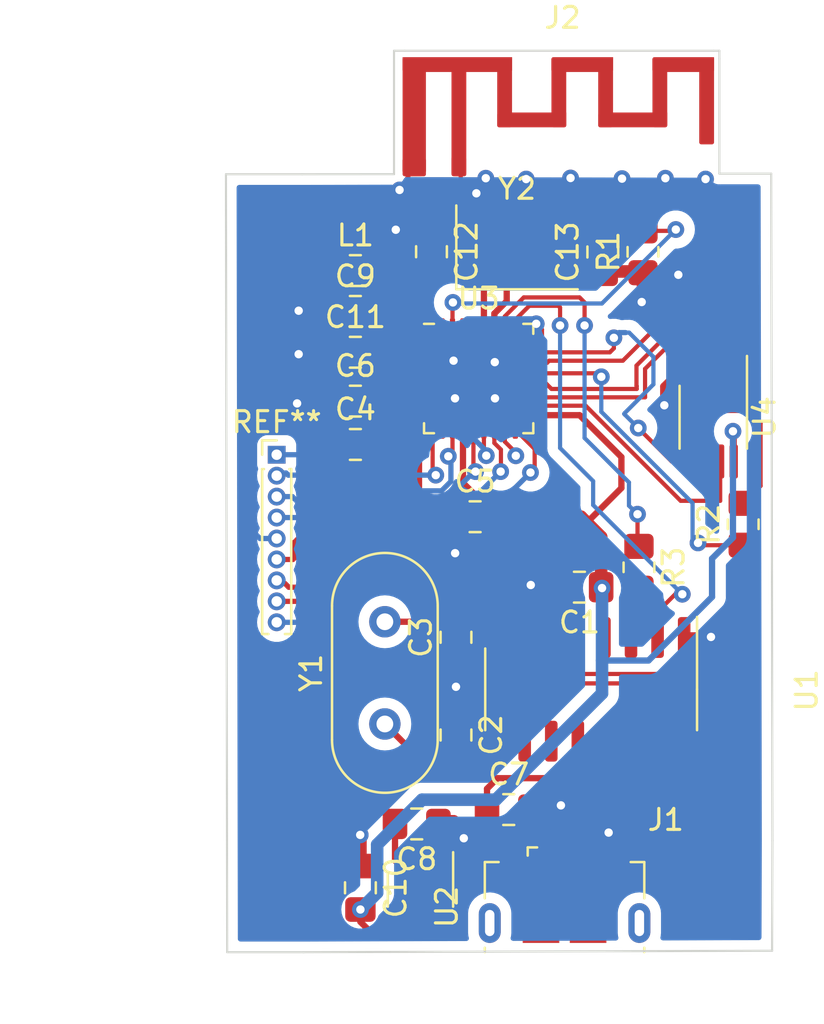
<source format=kicad_pcb>
(kicad_pcb (version 20211014) (generator pcbnew)
  (layers (0 "F.Cu" signal) (31 "B.Cu" signal) (34 "B.Paste" user) (35 "F.Paste" user) (36 "B.SilkS" user "B.Silkscreen") (37 "F.SilkS" user "F.Silkscreen") (38 "B.Mask" user) (39 "F.Mask" user) (44 "Edge.Cuts" user))
  (net 0 "")
  (net 1 "+3V3")
  (net 2 "Net-(C2-Pad2)")
  (net 3 "Net-(C3-Pad2)")
  (net 4 "GND")
  (net 5 "+5V")
  (net 6 "Net-(C9-Pad2)")
  (net 7 "Net-(C11-Pad2)")
  (net 8 "/XTAL_IN")
  (net 9 "/XTAL_OUT")
  (net 10 "/D-")
  (net 11 "/D+")
  (net 14 "Net-(R1-Pad2)")
  (net 15 "Net-(R2-Pad1)")
  (net 16 "/SCK{slash}CLK")
  (net 17 "Net-(R3-Pad1)")
  (net 18 "/U0TXD")
  (net 19 "/U0RXD")
  (net 29 "/TOUT")
  (net 30 "/CHOP_EN")
  (net 31 "/GPIO16")
  (net 32 "/GPO14")
  (net 33 "/GPO12")
  (net 34 "/GPO13")
  (net 35 "/GPO15")
  (net 36 "/GPO2")
  (net 37 "/GPO0")
  (net 38 "/GPO4")
  (net 39 "/SHD{slash}SD2")
  (net 40 "/SWP{slash}SD3")
  (net 41 "/SCS{slash}CMD")
  (net 42 "/SDI{slash}SD0")
  (net 43 "/SDI{slash}SD1")
  (net 44 "/GPO5")
  (net 45 "/REST")
  (footprint "Connector_PinHeader_1.00mm:PinHeader_1x09_P1.00mm_Vertical" (layer "F.Cu") (at 51.2 110.7)
    (fp_text reference "REF**")
    (fp_text value "PinHeader_1x09_P1.00mm_Vertical")
  )
  (footprint "Capacitor_SMD:C_0805_2012Metric_Pad1.18x1.45mm_HandSolder" (layer "F.Cu") (at 54.9585 103.8589)
    (fp_text reference "C9")
    (fp_text value "2.4pf")
  )
  (footprint "Resistor_SMD:R_0805_2012Metric_Pad1.20x1.40mm_HandSolder" (layer "F.Cu") (at 68.7 101.0125 90)
    (fp_text reference "R1")
    (fp_text value "12k")
  )
  (footprint "Capacitor_SMD:C_0805_2012Metric_Pad1.18x1.45mm_HandSolder" (layer "F.Cu") (at 65.6648 117.0234 180)
    (fp_text reference "C1")
    (fp_text value "10nf")
  )
  (footprint "Package_SO:SOIC-16_3.9x9.9mm_P1.27mm" (layer "F.Cu") (at 66.2236 121.9002 -90)
    (fp_text reference "U1")
    (fp_text value "CH340G")
  )
  (footprint "Capacitor_SMD:C_0805_2012Metric_Pad1.18x1.45mm_HandSolder" (layer "F.Cu") (at 66.781 101.0214 90)
    (fp_text reference "C13")
    (fp_text value "22pf")
  )
  (footprint "Capacitor_SMD:C_0805_2012Metric_Pad1.18x1.45mm_HandSolder" (layer "F.Cu") (at 59.7664 119.4149 90)
    (fp_text reference "C3")
    (fp_text value "12pf")
  )
  (footprint "Resistor_SMD:R_0805_2012Metric_Pad1.20x1.40mm_HandSolder" (layer "F.Cu") (at 68.5096 116.0742 -90)
    (fp_text reference "R3")
    (fp_text value "499")
  )
  (footprint "Capacitor_SMD:C_0805_2012Metric_Pad1.18x1.45mm_HandSolder" (layer "F.Cu") (at 54.9585 105.8087)
    (fp_text reference "C11")
    (fp_text value "3.0pf")
  )
  (footprint "Crystal:Crystal_HC49-4H_Vertical" (layer "F.Cu") (at 56.3684 123.5544 90)
    (fp_text reference "Y1")
    (fp_text value "12mhz")
  )
  (footprint "Package_SO:MSOP-8_3x3mm_P0.65mm" (layer "F.Cu") (at 72.06 108.91 -90)
    (fp_text reference "U4")
    (fp_text value "M25P16")
  )
  (footprint "Package_TO_SOT_SMD:SOT-23-5" (layer "F.Cu") (at 58.0702 131.476 -90)
    (fp_text reference "U2")
    (fp_text value "AP2112K-3.3")
  )
  (footprint "Capacitor_SMD:C_0805_2012Metric_Pad1.18x1.45mm_HandSolder" (layer "F.Cu") (at 54.9585 101.9091)
    (fp_text reference "L1")
    (fp_text value "2.2nf")
  )
  (footprint "Resistor_SMD:R_0805_2012Metric_Pad1.20x1.40mm_HandSolder" (layer "F.Cu") (at 73.49 114.02 90)
    (fp_text reference "R2")
    (fp_text value "200")
  )
  (footprint "Capacitor_SMD:C_0805_2012Metric_Pad1.18x1.45mm_HandSolder" (layer "F.Cu") (at 54.9585 108.1411)
    (fp_text reference "C6")
    (fp_text value "0.1uf")
  )
  (footprint "Package_DFN_QFN:QFN-32-1EP_5x5mm_P0.5mm_EP3.45x3.45mm" (layer "F.Cu") (at 60.85 107.0625)
    (fp_text reference "U3")
    (fp_text value "ESP8266EX")
  )
  (footprint "Capacitor_SMD:C_0805_2012Metric_Pad1.18x1.45mm_HandSolder" (layer "F.Cu") (at 54.96 110.21)
    (fp_text reference "C4")
    (fp_text value "10uf")
  )
  (footprint "Capacitor_SMD:C_0805_2012Metric_Pad1.18x1.45mm_HandSolder" (layer "F.Cu") (at 55.2 131.3744 -90)
    (fp_text reference "C10")
    (fp_text value "22pf")
  )
  (footprint "Capacitor_SMD:C_0805_2012Metric_Pad1.18x1.45mm_HandSolder" (layer "F.Cu") (at 62.2866 127.6406)
    (fp_text reference "C7")
    (fp_text value "10uf")
  )
  (footprint "Capacitor_SMD:C_0805_2012Metric_Pad1.18x1.45mm_HandSolder" (layer "F.Cu") (at 60.68 113.66)
    (fp_text reference "C5")
    (fp_text value "1uf")
  )
  (footprint "Connector_USB:USB_Micro-B_GCT_USB3076-30-A" (layer "F.Cu") (at 64.9536 131.857)
    (fp_text reference "J1")
    (fp_text value "USB_B_Micro")
  )
  (footprint "Capacitor_SMD:C_0805_2012Metric_Pad1.18x1.45mm_HandSolder" (layer "F.Cu") (at 57.8902 128.3264 180)
    (fp_text reference "C8")
    (fp_text value "22pf")
  )
  (footprint "Capacitor_SMD:C_0805_2012Metric_Pad1.18x1.45mm_HandSolder" (layer "F.Cu") (at 59.7664 124.0807 -90)
    (fp_text reference "C2")
    (fp_text value "12pf")
  )
  (footprint "Capacitor_SMD:C_0805_2012Metric_Pad1.18x1.45mm_HandSolder" (layer "F.Cu") (at 58.596 101.0089 -90)
    (fp_text reference "C12")
    (fp_text value "22pf")
  )
  (footprint "Crystal:Crystal_SMD_Abracon_ABM3C-4Pin_5.0x3.2mm" (layer "F.Cu") (at 62.681 100.8014)
    (fp_text reference "Y2")
    (fp_text value "24MHz")
  )
  (footprint "PCB_ANTENNA:PCB_ANTENA1" (layer "F.Cu") (at 64.8589 97.4598)
    (fp_text reference "J2")
    (fp_text value "Conn_01x02_Female")
  )
  (gr_line (start 53.95 101.87) (end 53.95 98.77) (layer "F.Cu") (width 0.2))
  (gr_line (start 60.01 98.17) (end 59.36 98.17) (layer "F.Cu") (width 0.2))
  (gr_line (start 60.01 98.17) (end 59.98 96.91) (layer "F.Cu") (width 0.2))
  (gr_line (start 59.36 98.79) (end 54.02 98.79) (layer "F.Cu") (width 0.2))
  (gr_line (start 57.07 98.06) (end 57.79 96.93) (layer "F.Cu") (width 0.2))
  (gr_line (start 59.36 98.17) (end 59.36 98.79) (layer "F.Cu") (width 0.2))
  (gr_line (start 72.3519 91.4146) (end 72.3519 91.7956) (layer "Edge.Cuts") (width 0.1))
  (gr_line (start 72.0725 91.4146) (end 72.3519 91.4146) (layer "Edge.Cuts") (width 0.1))
  (gr_line (start 56.8071 91.4146) (end 57.3151 91.4146) (layer "Edge.Cuts") (width 0.1))
  (gr_line (start 52.5 134.45) (end 48.835 134.45) (layer "Edge.Cuts") (width 0.1))
  (gr_line (start 56.8071 97.3074) (end 52.44 97.31) (layer "Edge.Cuts") (width 0.1))
  (gr_line (start 72.3519 97.282) (end 74.8284 97.282) (layer "Edge.Cuts") (width 0.1))
  (gr_line (start 72.3519 91.7956) (end 72.3519 97.282) (layer "Edge.Cuts") (width 0.1))
  (gr_line (start 52.4 97.31) (end 48.775 97.31) (layer "Edge.Cuts") (width 0.1))
  (gr_line (start 74.8866 129.1274) (end 74.87 134.38) (layer "Edge.Cuts") (width 0.1))
  (gr_line (start 74.87 134.38) (end 52.46 134.45) (layer "Edge.Cuts") (width 0.1))
  (gr_line (start 72.0725 91.4146) (end 57.3151 91.4146) (layer "Edge.Cuts") (width 0.1))
  (gr_line (start 74.8284 97.282) (end 74.8866 129.1274) (layer "Edge.Cuts") (width 0.1))
  (gr_line (start 52.44 97.31) (end 52.4 97.31) (layer "Edge.Cuts") (width 0.1))
  (gr_line (start 56.8071 91.821) (end 56.8071 91.4146) (layer "Edge.Cuts") (width 0.1))
  (gr_line (start 48.775 97.31) (end 48.835 134.45) (layer "Edge.Cuts") (width 0.1))
  (gr_line (start 56.8071 91.821) (end 56.8071 97.3074) (layer "Edge.Cuts") (width 0.1))
  (segment (start 65.6725 108.8125) (end 67.67 110.81) (width 0.3) (layer "F.Cu") (net 1))
  (segment (start 66.115 113.845) (end 65.925 113.845) (width 0.3) (layer "F.Cu") (net 1))
  (segment (start 58.4125 106.3125) (end 57.8246 106.3125) (width 0.3) (layer "F.Cu") (net 1))
  (segment (start 58.6544 133.7366) (end 59.0202 133.3708) (width 0.3) (layer "F.Cu") (net 1))
  (segment (start 55.2 132.4119) (end 55.2 133) (width 0.3) (layer "F.Cu") (net 1))
  (segment (start 57.8246 106.3125) (end 57.3246 106.8125) (width 0.3) (layer "F.Cu") (net 1))
  (segment (start 66.8586 117.1797) (end 66.74445 117.06555) (width 0.2) (layer "F.Cu") (net 1))
  (segment (start 57.3246 106.8125) (end 55.996 108.1411) (width 0.3) (layer "F.Cu") (net 1))
  (segment (start 66.8586 119.4252) (end 66.8586 117.1797) (width 0.2) (layer "F.Cu") (net 1))
  (segment (start 63.2875 108.8125) (end 65.6725 108.8125) (width 0.3) (layer "F.Cu") (net 1))
  (segment (start 58.4125 106.8125) (end 57.3246 106.8125) (width 0.3) (layer "F.Cu") (net 1))
  (segment (start 73.035 109.615) (end 73 109.58) (width 0.3) (layer "F.Cu") (net 1))
  (segment (start 67.67 112.29) (end 66.115 113.845) (width 0.3) (layer "F.Cu") (net 1))
  (segment (start 55.9366 133.7366) (end 58.6544 133.7366) (width 0.3) (layer "F.Cu") (net 1))
  (segment (start 63.2875 108.8125) (end 63.5925 108.8125) (width 0.2) (layer "F.Cu") (net 1))
  (segment (start 66.7023 114.6223) (end 65.925 113.845) (width 0.6) (layer "F.Cu") (net 1))
  (segment (start 60.1 112.0425) (end 61.7175 113.66) (width 0.3) (layer "F.Cu") (net 1))
  (segment (start 55.996 110.2085) (end 55.9975 110.21) (width 0.6) (layer "F.Cu") (net 1))
  (segment (start 65.74 113.66) (end 61.7175 113.66) (width 0.6) (layer "F.Cu") (net 1))
  (segment (start 66.74445 117.06555) (end 66.7023 117.0234) (width 0.2) (layer "F.Cu") (net 1))
  (segment (start 73.035 111.0225) (end 73.035 109.615) (width 0.3) (layer "F.Cu") (net 1))
  (segment (start 55.2 133) (end 55.9366 133.7366) (width 0.3) (layer "F.Cu") (net 1))
  (segment (start 60.1 104.625) (end 60.6 104.625) (width 0.3) (layer "F.Cu") (net 1))
  (segment (start 59.0202 133.3708) (end 59.0202 132.6135) (width 0.3) (layer "F.Cu") (net 1))
  (segment (start 55.996 108.1411) (end 55.996 110.2085) (width 0.6) (layer "F.Cu") (net 1))
  (segment (start 60.1 109.5) (end 60.1 112.0425) (width 0.3) (layer "F.Cu") (net 1))
  (segment (start 67.67 110.81) (end 67.67 112.29) (width 0.3) (layer "F.Cu") (net 1))
  (segment (start 66.7023 117.0234) (end 66.7023 114.6223) (width 0.6) (layer "F.Cu") (net 1))
  (segment (start 65.925 113.845) (end 65.74 113.66) (width 0.6) (layer "F.Cu") (net 1))
  (via (at 55.2 132.4119) (size 0.8) (drill 0.4) (layers "F.Cu" "B.Cu") (net 1))
  (via (at 66.74445 117.06555) (size 0.8) (drill 0.4) (layers "F.Cu" "B.Cu") (net 1))
  (via (at 73 109.58) (size 0.8) (drill 0.4) (layers "F.Cu" "B.Cu") (net 1))
  (segment (start 68.96555 120.52445) (end 72.000489 117.489511) (width 0.3) (layer "B.Cu") (net 1))
  (segment (start 61.67 127.17) (end 58.142102 127.17) (width 0.6) (layer "B.Cu") (net 1))
  (segment (start 58.142102 127.17) (end 56 129.312102) (width 0.6) (layer "B.Cu") (net 1))
  (segment (start 66.74445 117.06555) (end 66.74445 120.52445) (width 0.6) (layer "B.Cu") (net 1))
  (segment (start 56 129.312102) (end 56 131.6119) (width 0.6) (layer "B.Cu") (net 1))
  (segment (start 66.74445 120.52445) (end 68.96555 120.52445) (width 0.3) (layer "B.Cu") (net 1))
  (segment (start 72.000489 115.659511) (end 73 114.66) (width 0.3) (layer "B.Cu") (net 1))
  (segment (start 56 131.6119) (end 55.2 132.4119) (width 0.6) (layer "B.Cu") (net 1))
  (segment (start 72.000489 117.489511) (end 72.000489 115.659511) (width 0.3) (layer "B.Cu") (net 1))
  (segment (start 66.74445 122.09555) (end 61.67 127.17) (width 0.6) (layer "B.Cu") (net 1))
  (segment (start 66.74445 120.52445) (end 66.74445 122.09555) (width 0.6) (layer "B.Cu") (net 1))
  (segment (start 73 114.66) (end 73 109.58) (width 0.3) (layer "B.Cu") (net 1))
  (segment (start 60.5926 125.1182) (end 59.7664 125.1182) (width 0.3) (layer "F.Cu") (net 2))
  (segment (start 60.915 123.1448) (end 60.915 124.7958) (width 0.3) (layer "F.Cu") (net 2))
  (segment (start 57.5844 124.7704) (end 59.4186 124.7704) (width 0.3) (layer "F.Cu") (net 2))
  (segment (start 60.915 124.7958) (end 60.5926 125.1182) (width 0.3) (layer "F.Cu") (net 2))
  (segment (start 56.3684 123.5544) (end 57.5844 124.7704) (width 0.3) (layer "F.Cu") (net 2))
  (segment (start 63.0486 119.4252) (end 63.0486 121.0112) (width 0.3) (layer "F.Cu") (net 2))
  (segment (start 63.0486 121.0112) (end 60.915 123.1448) (width 0.3) (layer "F.Cu") (net 2))
  (segment (start 59.4186 124.7704) (end 59.7664 125.1182) (width 0.3) (layer "F.Cu") (net 2))
  (segment (start 61.7786 119.4252) (end 61.7786 119.3348) (width 0.3) (layer "F.Cu") (net 3))
  (segment (start 56.3684 118.6744) (end 59.4694 118.6744) (width 0.3) (layer "F.Cu") (net 3))
  (segment (start 59.4694 118.6744) (end 59.7664 118.3774) (width 0.3) (layer "F.Cu") (net 3))
  (segment (start 60.8212 118.3774) (end 59.7664 118.3774) (width 0.3) (layer "F.Cu") (net 3))
  (segment (start 61.7786 119.3348) (end 60.8212 118.3774) (width 0.3) (layer "F.Cu") (net 3))
  (segment (start 52.2839 108.1411) (end 52.175 108.25) (width 0.6) (layer "F.Cu") (net 4))
  (segment (start 53.921 103.8589) (end 52.2839 103.8589) (width 0.6) (layer "F.Cu") (net 4))
  (segment (start 60.781 98.261) (end 60.74 98.22) (width 0.6) (layer "F.Cu") (net 4))
  (segment (start 58.9277 128.3264) (end 59.0541 128.2) (width 0.6) (layer "F.Cu") (net 4))
  (segment (start 58.596 99.9714) (end 56.9014 99.9714) (width 0.6) (layer "F.Cu") (net 4))
  (segment (start 71.085 106.7975) (end 70.3725 106.7975) (width 0.4) (layer "F.Cu") (net 4))
  (segment (start 55.2 130.3369) (end 55.2 128.86) (width 0.6) (layer "F.Cu") (net 4))
  (segment (start 53.921 105.8087) (end 52.3413 105.8087) (width 0.6) (layer "F.Cu") (net 4))
  (segment (start 70.2925 102.0125) (end 70.39 102.11) (width 0.6) (layer "F.Cu") (net 4))
  (segment (start 52.2839 103.8589) (end 52.25 103.825) (width 0.6) (layer "F.Cu") (net 4))
  (segment (start 53.921 103.8589) (end 53.921 108.1411) (width 0.6) (layer "F.Cu") (net 4))
  (segment (start 59.7664 121.7788) (end 59.7664 123.0432) (width 0.5) (layer "F.Cu") (net 4))
  (segment (start 68.6389 101.9514) (end 68.7 102.0125) (width 0.6) (layer "F.Cu") (net 4))
  (segment (start 52.3413 105.8087) (end 52.25 105.9) (width 0.6) (layer "F.Cu") (net 4))
  (segment (start 59.6425 113.66) (end 59.6425 115.3175) (width 0.6) (layer "F.Cu") (net 4))
  (segment (start 55.2 128.86) (end 55.19 128.85) (width 0.6) (layer "F.Cu") (net 4))
  (segment (start 70.3725 106.7975) (end 69.72 107.45) (width 0.4) (layer "F.Cu") (net 4))
  (segment (start 59.6425 115.3175) (end 59.725 115.4) (width 0.6) (layer "F.Cu") (net 4))
  (segment (start 58.0702 129.1839) (end 58.9277 128.3264) (width 0.4) (layer "F.Cu") (net 4))
  (segment (start 58.0702 130.3385) (end 58.0702 129.1839) (width 0.4) (layer "F.Cu") (net 4))
  (segment (start 59.7664 120.4524) (end 59.7664 121.7788) (width 0.5) (layer "F.Cu") (net 4))
  (segment (start 53.921 110.2085) (end 53.9225 110.21) (width 0.6) (layer "F.Cu") (net 4))
  (segment (start 60.781 99.6514) (end 60.781 98.261) (width 0.6) (layer "F.Cu") (net 4))
  (segment (start 68.7 103.35) (end 68.64 103.41) (width 0.6) (layer "F.Cu") (net 4))
  (segment (start 53.921 108.1411) (end 52.2839 108.1411) (width 0.6) (layer "F.Cu") (net 4))
  (segment (start 68.7 102.0125) (end 70.2925 102.0125) (width 0.6) (layer "F.Cu") (net 4))
  (segment (start 68.7 102.0125) (end 68.7 103.35) (width 0.6) (layer "F.Cu") (net 4))
  (segment (start 71.9248 119.4252) (end 71.95 119.4) (width 0.5) (layer "F.Cu") (net 4))
  (segment (start 63.3241 127.6406) (end 64.5794 127.6406) (width 0.6) (layer "F.Cu") (net 4))
  (segment (start 56.9014 99.9714) (end 56.89 99.96) (width 0.6) (layer "F.Cu") (net 4))
  (segment (start 64.5794 127.6406) (end 64.78 127.44) (width 0.6) (layer "F.Cu") (net 4))
  (segment (start 53.921 108.1411) (end 53.921 110.2085) (width 0.6) (layer "F.Cu") (net 4))
  (segment (start 66.253111 129.286889) (end 66.253111 129.68) (width 0.5) (layer "F.Cu") (net 4))
  (segment (start 63.4434 117.0234) (end 63.34 116.92) (width 0.5) (layer "F.Cu") (net 4))
  (segment (start 70.6686 119.4252) (end 71.9248 119.4252) (width 0.5) (layer "F.Cu") (net 4))
  (segment (start 58.596 99.9714) (end 60.461 99.9714) (width 0.6) (layer "F.Cu") (net 4))
  (segment (start 64.6273 117.0234) (end 63.4434 117.0234) (width 0.5) (layer "F.Cu") (net 4))
  (segment (start 60.14 128.69) (end 60.14 129.01) (width 0.6) (layer "F.Cu") (net 4))
  (segment (start 66.8 128.74) (end 66.253111 129.286889) (width 0.5) (layer "F.Cu") (net 4))
  (segment (start 59.65 128.2) (end 60.14 128.69) (width 0.6) (layer "F.Cu") (net 4))
  (segment (start 60.461 99.9714) (end 60.781 99.6514) (width 0.6) (layer "F.Cu") (net 4))
  (segment (start 59.0541 128.2) (end 59.65 128.2) (width 0.6) (layer "F.Cu") (net 4))
  (segment (start 64.581 101.9514) (end 68.6389 101.9514) (width 0.6) (layer "F.Cu") (net 4))
  (segment (start 69.72 107.45) (end 69.72 108.34) (width 0.4) (layer "F.Cu") (net 4))
  (segment (start 67.06 128.74) (end 66.8 128.74) (width 0.5) (layer "F.Cu") (net 4))
  (via (at 61.19 97.5) (size 0.8) (drill 0.4) (layers "F.Cu" "B.Cu") (net 4))
  (via (at 59.7664 121.7788) (size 0.8) (drill 0.4) (layers "F.Cu" "B.Cu") (net 4))
  (via (at 71.95 119.4) (size 0.8) (drill 0.4) (layers "F.Cu" "B.Cu") (net 4))
  (via (at 67.06 128.74) (size 0.8) (drill 0.4) (layers "F.Cu" "B.Cu") (net 4))
  (via (at 59.72 108.01) (size 0.8) (drill 0.4) (layers "F.Cu" "B.Cu") (net 4))
  (via (at 59.725 115.4) (size 0.8) (drill 0.4) (layers "F.Cu" "B.Cu") (net 4))
  (via (at 67.7 97.52) (size 0.8) (drill 0.4) (layers "F.Cu" "B.Cu") (net 4))
  (via (at 52.175 108.25) (size 0.8) (drill 0.4) (layers "F.Cu" "B.Cu") (net 4))
  (via (at 63.34 116.92) (size 0.8) (drill 0.4) (layers "F.Cu" "B.Cu") (net 4))
  (via (at 69.72 108.34) (size 0.8) (drill 0.4) (layers "F.Cu" "B.Cu") (net 4))
  (via (at 71.69 97.54) (size 0.8) (drill 0.4) (layers "F.Cu" "B.Cu") (net 4))
  (via (at 60.74 98.22) (size 0.8) (drill 0.4) (layers "F.Cu" "B.Cu") (net 4))
  (via (at 56.89 99.96) (size 0.8) (drill 0.4) (layers "F.Cu" "B.Cu") (net 4))
  (via (at 52.25 105.9) (size 0.8) (drill 0.4) (layers "F.Cu" "B.Cu") (net 4))
  (via (at 65.24 97.49) (size 0.8) (drill 0.4) (layers "F.Cu" "B.Cu") (net 4))
  (via (at 55.19 128.85) (size 0.8) (drill 0.4) (layers "F.Cu" "B.Cu") (net 4))
  (via (at 63.12 97.54) (size 0.8) (drill 0.4) (layers "F.Cu" "B.Cu") (net 4))
  (via (at 68.64 103.41) (size 0.8) (drill 0.4) (layers "F.Cu" "B.Cu") (net 4))
  (via (at 70.39 102.11) (size 0.8) (drill 0.4) (layers "F.Cu" "B.Cu") (net 4))
  (via (at 61.63 108.01) (size 0.8) (drill 0.4) (layers "F.Cu" "B.Cu") (net 4))
  (via (at 60.14 129.01) (size 0.8) (drill 0.4) (layers "F.Cu" "B.Cu") (net 4))
  (via (at 52.25 103.825) (size 0.8) (drill 0.4) (layers "F.Cu" "B.Cu") (net 4))
  (via (at 57.07 98.06) (size 0.8) (drill 0.4) (layers "F.Cu" "B.Cu") (net 4))
  (via (at 61.62 106.28) (size 0.8) (drill 0.4) (layers "F.Cu" "B.Cu") (net 4))
  (via (at 59.65 106.21) (size 0.8) (drill 0.4) (layers "F.Cu" "B.Cu") (net 4))
  (via (at 69.77 97.5) (size 0.8) (drill 0.4) (layers "F.Cu" "B.Cu") (net 4))
  (via (at 64.78 127.44) (size 0.8) (drill 0.4) (layers "F.Cu" "B.Cu") (net 4))
  (segment (start 56.8527 130.071) (end 57.1202 130.3385) (width 0.3) (layer "F.Cu") (net 5))
  (segment (start 58.489239 131.50052) (end 57.651161 131.50052) (width 0.6) (layer "F.Cu") (net 5))
  (segment (start 62.6676 128.8344) (end 61.677 128.8344) (width 0.3) (layer "F.Cu") (net 5))
  (segment (start 59.0202 130.3385) (end 59.0202 130.969559) (width 0.6) (layer "F.Cu") (net 5))
  (segment (start 61.2491 127.6406) (end 61.2491 128.4065) (width 0.3) (layer "F.Cu") (net 5))
  (segment (start 61.7532 126.142) (end 69.9066 126.142) (width 0.3) (layer "F.Cu") (net 5))
  (segment (start 61.2491 126.6461) (end 61.7532 126.142) (width 0.3) (layer "F.Cu") (net 5))
  (segment (start 63.6536 129.8204) (end 62.6676 128.8344) (width 0.3) (layer "F.Cu") (net 5))
  (segment (start 59.0202 130.969559) (end 58.489239 131.50052) (width 0.6) (layer "F.Cu") (net 5))
  (segment (start 63.6536 130.407) (end 63.6536 129.8204) (width 0.3) (layer "F.Cu") (net 5))
  (segment (start 70.6686 125.38) (end 70.6686 124.3752) (width 0.3) (layer "F.Cu") (net 5))
  (segment (start 69.9066 126.142) (end 70.6686 125.38) (width 0.3) (layer "F.Cu") (net 5))
  (segment (start 61.2491 128.4065) (end 61.677 128.8344) (width 0.3) (layer "F.Cu") (net 5))
  (segment (start 60.1729 130.3385) (end 59.0202 130.3385) (width 0.3) (layer "F.Cu") (net 5))
  (segment (start 56.8527 128.3264) (end 56.8527 130.071) (width 0.3) (layer "F.Cu") (net 5))
  (segment (start 61.677 128.8344) (end 60.1729 130.3385) (width 0.3) (layer "F.Cu") (net 5))
  (segment (start 57.1202 130.969559) (end 57.1202 130.3385) (width 0.6) (layer "F.Cu") (net 5))
  (segment (start 61.2491 127.6406) (end 61.2491 126.6461) (width 0.3) (layer "F.Cu") (net 5))
  (segment (start 57.651161 131.50052) (end 57.1202 130.969559) (width 0.6) (layer "F.Cu") (net 5))
  (segment (start 55.996 103.8589) (end 55.8708 103.8589) (width 0.3) (layer "F.Cu") (net 6))
  (segment (start 55.8708 103.8589) (end 53.921 101.9091) (width 0.3) (layer "F.Cu") (net 6))
  (segment (start 58.4125 105.8125) (end 57.4825 105.8125) (width 0.3) (layer "F.Cu") (net 7))
  (segment (start 57.4825 105.8125) (end 57.1 105.43) (width 0.3) (layer "F.Cu") (net 7))
  (segment (start 56.96 101.69) (end 56.2151 101.69) (width 0.3) (layer "F.Cu") (net 7))
  (segment (start 56.2151 101.69) (end 55.996 101.9091) (width 0.3) (layer "F.Cu") (net 7))
  (segment (start 57.1 105.43) (end 57.1 101.83) (width 0.3) (layer "F.Cu") (net 7))
  (segment (start 56.7213 105.8087) (end 57.1 105.43) (width 0.3) (layer "F.Cu") (net 7))
  (segment (start 55.9998 105.8125) (end 55.996 105.8087) (width 0.3) (layer "F.Cu") (net 7))
  (segment (start 57.1 101.83) (end 56.96 101.69) (width 0.3) (layer "F.Cu") (net 7))
  (segment (start 55.996 105.8087) (end 56.7213 105.8087) (width 0.3) (layer "F.Cu") (net 7))
  (segment (start 61.1 102.2704) (end 60.781 101.9514) (width 0.3) (layer "F.Cu") (net 8))
  (segment (start 61.1 104.625) (end 61.1 102.2704) (width 0.3) (layer "F.Cu") (net 8))
  (segment (start 58.691 101.9514) (end 58.596 102.0464) (width 0.3) (layer "F.Cu") (net 8))
  (segment (start 60.781 101.9514) (end 58.691 101.9514) (width 0.3) (layer "F.Cu") (net 8))
  (segment (start 63.7386 99.6514) (end 62.19 101.2) (width 0.3) (layer "F.Cu") (net 9))
  (segment (start 61.6 103.96) (end 61.6 104.625) (width 0.3) (layer "F.Cu") (net 9))
  (segment (start 62.19 101.2) (end 62.19 103.37) (width 0.3) (layer "F.Cu") (net 9))
  (segment (start 64.9135 99.9839) (end 64.581 99.6514) (width 0.3) (layer "F.Cu") (net 9))
  (segment (start 62.19 103.37) (end 61.6 103.96) (width 0.3) (layer "F.Cu") (net 9))
  (segment (start 66.781 99.9839) (end 64.9135 99.9839) (width 0.3) (layer "F.Cu") (net 9))
  (segment (start 64.581 99.6514) (end 63.7386 99.6514) (width 0.3) (layer "F.Cu") (net 9))
  (segment (start 64.3036 130.407) (end 64.3036 129.907) (width 0.2) (layer "F.Cu") (net 10))
  (segment (start 64.728599 119.835199) (end 64.3186 119.4252) (width 0.2) (layer "F.Cu") (net 10))
  (segment (start 64.728599 120.932986) (end 64.728599 119.835199) (width 0.2) (layer "F.Cu") (net 10))
  (segment (start 72.1708 122.5776) (end 71.2104 121.6172) (width 0.2) (layer "F.Cu") (net 10))
  (segment (start 64.4036 129.807) (end 64.4036 129.1424) (width 0.2) (layer "F.Cu") (net 10))
  (segment (start 72.1708 127.013039) (end 72.1708 122.5776) (width 0.2) (layer "F.Cu") (net 10))
  (segment (start 64.4036 129.1424) (end 66.1304 127.4156) (width 0.2) (layer "F.Cu") (net 10))
  (segment (start 64.3036 129.907) (end 64.4036 129.807) (width 0.2) (layer "F.Cu") (net 10))
  (segment (start 71.2104 121.6172) (end 65.412813 121.6172) (width 0.2) (layer "F.Cu") (net 10))
  (segment (start 65.412813 121.6172) (end 64.728599 120.932986) (width 0.2) (layer "F.Cu") (net 10))
  (segment (start 66.1304 127.4156) (end 71.768239 127.4156) (width 0.2) (layer "F.Cu") (net 10))
  (segment (start 71.768239 127.4156) (end 72.1708 127.013039) (width 0.2) (layer "F.Cu") (net 10))
  (segment (start 72.6208 122.3912) (end 71.3968 121.1672) (width 0.2) (layer "F.Cu") (net 11))
  (segment (start 66.3168 127.8656) (end 71.954639 127.8656) (width 0.2) (layer "F.Cu") (net 11))
  (segment (start 65.178601 119.835199) (end 65.5886 119.4252) (width 0.2) (layer "F.Cu") (net 11))
  (segment (start 64.8536 129.3288) (end 66.3168 127.8656) (width 0.2) (layer "F.Cu") (net 11))
  (segment (start 71.3968 121.1672) (end 65.599213 121.1672) (width 0.2) (layer "F.Cu") (net 11))
  (segment (start 71.954639 127.8656) (end 72.6208 127.199439) (width 0.2) (layer "F.Cu") (net 11))
  (segment (start 64.9536 130.407) (end 64.9536 129.907) (width 0.2) (layer "F.Cu") (net 11))
  (segment (start 65.178601 120.746588) (end 65.178601 119.835199) (width 0.2) (layer "F.Cu") (net 11))
  (segment (start 72.6208 127.199439) (end 72.6208 122.3912) (width 0.2) (layer "F.Cu") (net 11))
  (segment (start 64.8536 129.807) (end 64.8536 129.3288) (width 0.2) (layer "F.Cu") (net 11))
  (segment (start 64.9536 129.907) (end 64.8536 129.807) (width 0.2) (layer "F.Cu") (net 11))
  (segment (start 65.599213 121.1672) (end 65.178601 120.746588) (width 0.2) (layer "F.Cu") (net 11))
  (segment (start 59.6 104.625) (end 59.6 103.45) (width 0.2) (layer "F.Cu") (net 14))
  (segment (start 68.7 100.0125) (end 70.2075 100.0125) (width 0.2) (layer "F.Cu") (net 14))
  (segment (start 59.6 103.45) (end 59.62 103.43) (width 0.2) (layer "F.Cu") (net 14))
  (segment (start 70.2075 100.0125) (end 70.27 99.95) (width 0.2) (layer "F.Cu") (net 14))
  (via (at 70.27 99.95) (size 0.8) (drill 0.4) (layers "F.Cu" "B.Cu") (net 14))
  (via (at 59.62 103.43) (size 0.8) (drill 0.4) (layers "F.Cu" "B.Cu") (net 14))
  (segment (start 59.67 103.48) (end 59.62 103.43) (width 0.2) (layer "B.Cu") (net 14))
  (segment (start 66.74 103.48) (end 59.67 103.48) (width 0.2) (layer "B.Cu") (net 14))
  (segment (start 70.27 99.95) (end 66.74 103.48) (width 0.2) (layer "B.Cu") (net 14))
  (segment (start 66.5425 106.8125) (end 63.2875 106.8125) (width 0.2) (layer "F.Cu") (net 15))
  (segment (start 71.44 115.02) (end 71.33 114.91) (width 0.2) (layer "F.Cu") (net 15))
  (segment (start 66.71 106.98) (end 66.5425 106.8125) (width 0.2) (layer "F.Cu") (net 15))
  (segment (start 73.49 115.02) (end 71.44 115.02) (width 0.2) (layer "F.Cu") (net 15))
  (via (at 66.71 106.98) (size 0.8) (drill 0.4) (layers "F.Cu" "B.Cu") (net 15))
  (via (at 71.33 114.91) (size 0.8) (drill 0.4) (layers "F.Cu" "B.Cu") (net 15))
  (segment (start 71.07 114.76) (end 71.22 114.91) (width 0.2) (layer "B.Cu") (net 15))
  (segment (start 71.07 113.009259) (end 71.07 114.76) (width 0.2) (layer "B.Cu") (net 15))
  (segment (start 71.22 114.91) (end 71.33 114.91) (width 0.2) (layer "B.Cu") (net 15))
  (segment (start 66.71 106.98) (end 66.71 108.649259) (width 0.2) (layer "B.Cu") (net 15))
  (segment (start 66.71 108.649259) (end 71.07 113.009259) (width 0.2) (layer "B.Cu") (net 15))
  (segment (start 71.77048 108.60952) (end 73.72 108.60952) (width 0.2) (layer "F.Cu") (net 16))
  (segment (start 74.32 112.19) (end 73.49 113.02) (width 0.2) (layer "F.Cu") (net 16))
  (segment (start 71.73 108.65) (end 71.77048 108.60952) (width 0.2) (layer "F.Cu") (net 16))
  (segment (start 71.735 110.294994) (end 71.73 110.289994) (width 0.2) (layer "F.Cu") (net 16))
  (segment (start 73.72 108.60952) (end 74.32 109.20952) (width 0.2) (layer "F.Cu") (net 16))
  (segment (start 71.735 111.0225) (end 71.735 110.294994) (width 0.2) (layer "F.Cu") (net 16))
  (segment (start 71.73 110.289994) (end 71.73 108.65) (width 0.2) (layer "F.Cu") (net 16))
  (segment (start 74.32 109.20952) (end 74.32 112.19) (width 0.2) (layer "F.Cu") (net 16))
  (segment (start 62.1 104.095718) (end 63.005718 103.19) (width 0.2) (layer "F.Cu") (net 17))
  (segment (start 65.91 103.43) (end 65.91 104.53) (width 0.2) (layer "F.Cu") (net 17))
  (segment (start 65.67 103.19) (end 65.91 103.43) (width 0.2) (layer "F.Cu") (net 17))
  (segment (start 68.44 115.0046) (end 68.5096 115.0742) (width 0.2) (layer "F.Cu") (net 17))
  (segment (start 63.005718 103.19) (end 65.67 103.19) (width 0.2) (layer "F.Cu") (net 17))
  (segment (start 62.1 104.625) (end 62.1 104.095718) (width 0.2) (layer "F.Cu") (net 17))
  (segment (start 68.44 113.54) (end 68.44 115.0046) (width 0.2) (layer "F.Cu") (net 17))
  (via (at 65.91 104.53) (size 0.8) (drill 0.4) (layers "F.Cu" "B.Cu") (net 17))
  (via (at 68.44 113.54) (size 0.8) (drill 0.4) (layers "F.Cu" "B.Cu") (net 17))
  (segment (start 65.91 104.53) (end 65.91 109.9) (width 0.2) (layer "B.Cu") (net 17))
  (segment (start 68.03 113.13) (end 68.44 113.54) (width 0.2) (layer "B.Cu") (net 17))
  (segment (start 68.03 112.02) (end 68.03 113.13) (width 0.2) (layer "B.Cu") (net 17))
  (segment (start 65.91 109.9) (end 68.03 112.02) (width 0.2) (layer "B.Cu") (net 17))
  (segment (start 67.9762 119.2728) (end 68.1286 119.4252) (width 0.3) (layer "F.Cu") (net 18))
  (segment (start 68.5096 119.0442) (end 68.1286 119.4252) (width 0.3) (layer "F.Cu") (net 18))
  (segment (start 68.027 119.3236) (end 68.1286 119.4252) (width 0.3) (layer "F.Cu") (net 18))
  (segment (start 68.5096 117.0742) (end 68.5096 119.0442) (width 0.3) (layer "F.Cu") (net 18))
  (segment (start 64.74 103.66952) (end 64.74 104.53) (width 0.2) (layer "F.Cu") (net 19))
  (segment (start 70.24 117.36) (end 69.3986 118.2014) (width 0.2) (layer "F.Cu") (net 19))
  (segment (start 63.27048 103.58952) (end 64.66 103.58952) (width 0.2) (layer "F.Cu") (net 19))
  (segment (start 70.58 117.36) (end 70.24 117.36) (width 0.2) (layer "F.Cu") (net 19))
  (segment (start 69.3986 119.4252) (end 69.3986 118.6236) (width 0.3) (layer "F.Cu") (net 19))
  (segment (start 62.6 104.625) (end 62.6 104.26) (width 0.2) (layer "F.Cu") (net 19))
  (segment (start 69.3986 118.2014) (end 69.3986 119.4252) (width 0.2) (layer "F.Cu") (net 19))
  (segment (start 64.66 103.58952) (end 64.74 103.66952) (width 0.2) (layer "F.Cu") (net 19))
  (segment (start 62.6 104.26) (end 63.27048 103.58952) (width 0.2) (layer "F.Cu") (net 19))
  (via (at 70.58 117.36) (size 0.8) (drill 0.4) (layers "F.Cu" "B.Cu") (net 19))
  (via (at 64.74 104.53) (size 0.8) (drill 0.4) (layers "F.Cu" "B.Cu") (net 19))
  (segment (start 66.32 113.1) (end 66.32 111.96) (width 0.2) (layer "B.Cu") (net 19))
  (segment (start 66.32 111.96) (end 64.74 110.38) (width 0.2) (layer "B.Cu") (net 19))
  (segment (start 70.58 117.36) (end 66.32 113.1) (width 0.2) (layer "B.Cu") (net 19))
  (segment (start 64.74 110.38) (end 64.74 104.53) (width 0.2) (layer "B.Cu") (net 19))
  (segment (start 58.4125 107.8125) (end 57.7625 107.8125) (width 0.25) (layer "F.Cu") (net 29))
  (segment (start 53.103565 113.825) (end 52.05096 114.877606) (width 0.25) (layer "F.Cu") (net 29))
  (segment (start 57.7625 107.8125) (end 57.10048 108.47452) (width 0.25) (layer "F.Cu") (net 29))
  (segment (start 52.05096 115.625001) (end 51.975961 115.7) (width 0.25) (layer "F.Cu") (net 29))
  (segment (start 51.975961 115.7) (end 51.2 115.7) (width 0.25) (layer "F.Cu") (net 29))
  (segment (start 52.05096 114.877606) (end 52.05096 115.625001) (width 0.25) (layer "F.Cu") (net 29))
  (segment (start 57.10048 108.47452) (end 57.10048 113.825) (width 0.25) (layer "F.Cu") (net 29))
  (segment (start 57.10048 113.825) (end 53.103565 113.825) (width 0.25) (layer "F.Cu") (net 29))
  (segment (start 57.55 108.675) (end 57.55 114.27548) (width 0.25) (layer "F.Cu") (net 30))
  (segment (start 52.50048 116.84952) (end 52.325 117.025) (width 0.25) (layer "F.Cu") (net 30))
  (segment (start 57.9125 108.3125) (end 57.55 108.675) (width 0.25) (layer "F.Cu") (net 30))
  (segment (start 53.288802 114.27548) (end 52.50048 115.063803) (width 0.25) (layer "F.Cu") (net 30))
  (segment (start 57.55 114.27548) (end 53.288802 114.27548) (width 0.25) (layer "F.Cu") (net 30))
  (segment (start 52.325 117.025) (end 51.775 117.025) (width 0.25) (layer "F.Cu") (net 30))
  (segment (start 58.4125 108.3125) (end 57.9125 108.3125) (width 0.25) (layer "F.Cu") (net 30))
  (segment (start 52.50048 115.063803) (end 52.50048 116.84952) (width 0.25) (layer "F.Cu") (net 30))
  (segment (start 51.775 117.025) (end 51.6 116.85) (width 0.25) (layer "F.Cu") (net 30))
  (segment (start 52.95 117.7) (end 51.2 117.7) (width 0.25) (layer "F.Cu") (net 31))
  (segment (start 57.925 114.725) (end 53.475 114.725) (width 0.25) (layer "F.Cu") (net 31))
  (segment (start 58.025 114.625) (end 57.925 114.725) (width 0.25) (layer "F.Cu") (net 31))
  (segment (start 53.475 114.725) (end 52.95 115.25) (width 0.25) (layer "F.Cu") (net 31))
  (segment (start 52.95 115.25) (end 52.95 117.7) (width 0.25) (layer "F.Cu") (net 31))
  (segment (start 58.4125 109.4625) (end 58.025 109.85) (width 0.25) (layer "F.Cu") (net 31))
  (segment (start 58.4125 108.8125) (end 58.4125 109.4625) (width 0.25) (layer "F.Cu") (net 31))
  (segment (start 58.025 109.85) (end 58.025 114.625) (width 0.25) (layer "F.Cu") (net 31))
  (segment (start 58.65 111.525) (end 58.8 111.675) (width 0.2) (layer "F.Cu") (net 32))
  (segment (start 59.075 109.5) (end 58.65 109.925) (width 0.2) (layer "F.Cu") (net 32))
  (segment (start 58.65 109.925) (end 58.65 111.525) (width 0.2) (layer "F.Cu") (net 32))
  (segment (start 59.1 109.5) (end 59.075 109.5) (width 0.2) (layer "F.Cu") (net 32))
  (via (at 58.8 111.675) (size 0.8) (drill 0.4) (layers "F.Cu" "B.Cu") (net 32))
  (segment (start 52.875 110.7) (end 51.2 110.7) (width 0.25) (layer "B.Cu") (net 32))
  (segment (start 52.95 111.3) (end 52.95 110.775) (width 0.25) (layer "B.Cu") (net 32))
  (segment (start 58.8 111.675) (end 53.325 111.675) (width 0.25) (layer "B.Cu") (net 32))
  (segment (start 53.325 111.675) (end 52.95 111.3) (width 0.25) (layer "B.Cu") (net 32))
  (segment (start 52.95 110.775) (end 52.875 110.7) (width 0.25) (layer "B.Cu") (net 32))
  (segment (start 59.6 109.5) (end 59.6 110.575) (width 0.2) (layer "F.Cu") (net 33))
  (segment (start 59.6 110.575) (end 59.4 110.775) (width 0.2) (layer "F.Cu") (net 33))
  (via (at 59.4 110.775) (size 0.8) (drill 0.4) (layers "F.Cu" "B.Cu") (net 33))
  (segment (start 51.325 111.575) (end 51.2 111.7) (width 0.25) (layer "B.Cu") (net 33))
  (segment (start 59.524511 110.899511) (end 59.524511 111.975489) (width 0.25) (layer "B.Cu") (net 33))
  (segment (start 59.075 112.425) (end 53.425 112.425) (width 0.25) (layer "B.Cu") (net 33))
  (segment (start 59.524511 111.975489) (end 59.075 112.425) (width 0.25) (layer "B.Cu") (net 33))
  (segment (start 51.75 111.675) (end 51.65 111.575) (width 0.25) (layer "B.Cu") (net 33))
  (segment (start 52.675 111.675) (end 51.75 111.675) (width 0.25) (layer "B.Cu") (net 33))
  (segment (start 51.65 111.575) (end 51.325 111.575) (width 0.25) (layer "B.Cu") (net 33))
  (segment (start 59.4 110.775) (end 59.524511 110.899511) (width 0.25) (layer "B.Cu") (net 33))
  (segment (start 53.425 112.425) (end 52.675 111.675) (width 0.25) (layer "B.Cu") (net 33))
  (segment (start 60.7 111.506) (end 60.6 111.406) (width 0.2) (layer "F.Cu") (net 34))
  (segment (start 60.6 111.406) (end 60.6 109.5) (width 0.2) (layer "F.Cu") (net 34))
  (via (at 60.7 111.506) (size 0.8) (drill 0.4) (layers "F.Cu" "B.Cu") (net 34))
  (segment (start 51.95 112.7) (end 51.2 112.7) (width 0.25) (layer "B.Cu") (net 34))
  (segment (start 59.261197 112.87452) (end 52.12452 112.87452) (width 0.25) (layer "B.Cu") (net 34))
  (segment (start 52.12452 112.87452) (end 51.95 112.7) (width 0.25) (layer "B.Cu") (net 34))
  (segment (start 60.629717 111.506) (end 59.261197 112.87452) (width 0.25) (layer "B.Cu") (net 34))
  (segment (start 60.7 111.506) (end 60.629717 111.506) (width 0.25) (layer "B.Cu") (net 34))
  (segment (start 61.1 110.63) (end 61.214 110.744) (width 0.2) (layer "F.Cu") (net 35))
  (segment (start 61.1 109.5) (end 61.1 110.63) (width 0.2) (layer "F.Cu") (net 35))
  (via (at 61.214 110.744) (size 0.8) (drill 0.4) (layers "F.Cu" "B.Cu") (net 35))
  (segment (start 59.735386 109.05) (end 49.775 109.05) (width 0.25) (layer "B.Cu") (net 35))
  (segment (start 50.4 114.7) (end 49.775 114.075) (width 0.25) (layer "B.Cu") (net 35))
  (segment (start 51.2 114.7) (end 50.4 114.7) (width 0.25) (layer "B.Cu") (net 35))
  (segment (start 61.214 110.528614) (end 59.735386 109.05) (width 0.25) (layer "B.Cu") (net 35))
  (segment (start 61.214 110.744) (end 61.214 110.528614) (width 0.25) (layer "B.Cu") (net 35))
  (segment (start 49.775 109.05) (end 49.775 114.075) (width 0.25) (layer "B.Cu") (net 35))
  (segment (start 61.6 109.5) (end 61.6 110.140741) (width 0.2) (layer "F.Cu") (net 36))
  (segment (start 61.6 110.140741) (end 61.913511 110.454252) (width 0.2) (layer "F.Cu") (net 36))
  (segment (start 61.913511 110.454252) (end 61.913511 111.492489) (width 0.2) (layer "F.Cu") (net 36))
  (segment (start 61.913511 111.492489) (end 61.9 111.506) (width 0.2) (layer "F.Cu") (net 36))
  (via (at 61.9 111.506) (size 0.8) (drill 0.4) (layers "F.Cu" "B.Cu") (net 36))
  (segment (start 52.4 113.7) (end 52.5 113.6) (width 0.25) (layer "B.Cu") (net 36))
  (segment (start 61.9 111.506) (end 59.806 113.6) (width 0.25) (layer "B.Cu") (net 36))
  (segment (start 59.806 113.6) (end 52.5 113.6) (width 0.25) (layer "B.Cu") (net 36))
  (segment (start 51.2 113.7) (end 52.4 113.7) (width 0.25) (layer "B.Cu") (net 36))
  (segment (start 62.625 110.600735) (end 62.625 110.75) (width 0.2) (layer "F.Cu") (net 37))
  (segment (start 62.1 109.5) (end 62.1 110.075735) (width 0.2) (layer "F.Cu") (net 37))
  (segment (start 62.1 110.075735) (end 62.625 110.600735) (width 0.2) (layer "F.Cu") (net 37))
  (via (at 62.625 110.75) (size 0.8) (drill 0.4) (layers "F.Cu" "B.Cu") (net 37))
  (segment (start 62.6 109.5) (end 63.525 110.425) (width 0.2) (layer "F.Cu") (net 38))
  (segment (start 63.525 111.35) (end 63.325 111.55) (width 0.2) (layer "F.Cu") (net 38))
  (segment (start 63.525 110.425) (end 63.525 111.35) (width 0.2) (layer "F.Cu") (net 38))
  (via (at 63.325 111.55) (size 0.8) (drill 0.4) (layers "F.Cu" "B.Cu") (net 38))
  (segment (start 53.075 118.9) (end 52.4 118.9) (width 0.25) (layer "B.Cu") (net 38))
  (segment (start 51.2 118.7) (end 52.2 118.7) (width 0.25) (layer "B.Cu") (net 38))
  (segment (start 63.325 111.55) (end 60.5 114.375) (width 0.25) (layer "B.Cu") (net 38))
  (segment (start 53.375 114.375) (end 53.075 114.675) (width 0.25) (layer "B.Cu") (net 38))
  (segment (start 60.5 114.375) (end 53.375 114.375) (width 0.25) (layer "B.Cu") (net 38))
  (segment (start 53.075 114.675) (end 53.075 118.9) (width 0.25) (layer "B.Cu") (net 38))
  (segment (start 52.2 118.7) (end 52.4 118.9) (width 0.25) (layer "B.Cu") (net 38))
  (segment (start 63.736973 108.3125) (end 63.2875 108.3125) (width 0.2) (layer "F.Cu") (net 39))
  (segment (start 65.95952 108.35952) (end 63.33452 108.35952) (width 0.2) (layer "F.Cu") (net 39))
  (segment (start 72.385 111.0225) (end 72.385 111.750006) (width 0.2) (layer "F.Cu") (net 39))
  (segment (start 72.39 111.755006) (end 72.39 112.9) (width 0.2) (layer "F.Cu") (net 39))
  (segment (start 72.39 112.9) (end 70.5 112.9) (width 0.2) (layer "F.Cu") (net 39))
  (segment (start 63.33452 108.35952) (end 63.2875 108.3125) (width 0.2) (layer "F.Cu") (net 39))
  (segment (start 70.5 112.9) (end 65.95952 108.35952) (width 0.2) (layer "F.Cu") (net 39))
  (segment (start 72.385 111.750006) (end 72.39 111.755006) (width 0.2) (layer "F.Cu") (net 39))
  (segment (start 68.8 107.96) (end 63.925 107.96) (width 0.2) (layer "F.Cu") (net 40))
  (segment (start 71.735 105.675) (end 71.12 105.06) (width 0.2) (layer "F.Cu") (net 40))
  (segment (start 68.8 106.6) (end 68.8 107.96) (width 0.2) (layer "F.Cu") (net 40))
  (segment (start 63.7775 107.8125) (end 63.2875 107.8125) (width 0.2) (layer "F.Cu") (net 40))
  (segment (start 70.34 105.06) (end 68.8 106.6) (width 0.2) (layer "F.Cu") (net 40))
  (segment (start 71.735 106.7975) (end 71.735 105.675) (width 0.2) (layer "F.Cu") (net 40))
  (segment (start 71.12 105.06) (end 70.34 105.06) (width 0.2) (layer "F.Cu") (net 40))
  (segment (start 63.925 107.96) (end 63.7775 107.8125) (width 0.2) (layer "F.Cu") (net 40))
  (segment (start 68.40048 107.42048) (end 68.40048 107.56) (width 0.2) (layer "F.Cu") (net 41))
  (segment (start 70.174513 104.660481) (end 68.39 106.444994) (width 0.2) (layer "F.Cu") (net 41))
  (segment (start 73.035 106.7975) (end 73.035 106.069994) (width 0.2) (layer "F.Cu") (net 41))
  (segment (start 64.08202 107.3125) (end 63.2875 107.3125) (width 0.2) (layer "F.Cu") (net 41))
  (segment (start 64.33 107.56048) (end 64.08202 107.3125) (width 0.2) (layer "F.Cu") (net 41))
  (segment (start 68.39 107.41) (end 68.40048 107.42048) (width 0.2) (layer "F.Cu") (net 41))
  (segment (start 73.035 106.069994) (end 71.625486 104.66048) (width 0.2) (layer "F.Cu") (net 41))
  (segment (start 71.625486 104.66048) (end 70.174513 104.660481) (width 0.2) (layer "F.Cu") (net 41))
  (segment (start 68.40048 107.56) (end 68.4 107.56048) (width 0.2) (layer "F.Cu") (net 41))
  (segment (start 68.39 106.444994) (end 68.39 107.41) (width 0.2) (layer "F.Cu") (net 41))
  (segment (start 68.4 107.56048) (end 64.33 107.56048) (width 0.2) (layer "F.Cu") (net 41))
  (segment (start 69.689038 104.260962) (end 67.73798 106.21202) (width 0.2) (layer "F.Cu") (net 42))
  (segment (start 67.73798 106.21202) (end 67.63702 106.21202) (width 0.2) (layer "F.Cu") (net 42))
  (segment (start 67.63702 106.21202) (end 64.21798 106.21202) (width 0.2) (layer "F.Cu") (net 42))
  (segment (start 73.98 105.88) (end 72.360962 104.260962) (width 0.2) (layer "F.Cu") (net 42))
  (segment (start 72.360962 104.260962) (end 69.689038 104.260962) (width 0.2) (layer "F.Cu") (net 42))
  (segment (start 72.48 108.21) (end 73.77 108.21) (width 0.2) (layer "F.Cu") (net 42))
  (segment (start 72.385 106.7975) (end 72.385 108.115) (width 0.2) (layer "F.Cu") (net 42))
  (segment (start 72.385 108.115) (end 72.48 108.21) (width 0.2) (layer "F.Cu") (net 42))
  (segment (start 73.77 108.21) (end 73.98 108) (width 0.2) (layer "F.Cu") (net 42))
  (segment (start 73.98 108) (end 73.98 105.88) (width 0.2) (layer "F.Cu") (net 42))
  (segment (start 64.1175 106.3125) (end 63.2875 106.3125) (width 0.2) (layer "F.Cu") (net 42))
  (segment (start 64.21798 106.21202) (end 64.1175 106.3125) (width 0.2) (layer "F.Cu") (net 42))
  (segment (start 68.45 109.4) (end 68.45 109.39) (width 0.2) (layer "F.Cu") (net 43))
  (segment (start 63.2875 105.8125) (end 67.1175 105.8125) (width 0.2) (layer "F.Cu") (net 43))
  (segment (start 68.475 109.425) (end 68.45 109.4) (width 0.2) (layer "F.Cu") (net 43))
  (segment (start 67.31 105.62) (end 67.1175 105.8125) (width 0.2) (layer "F.Cu") (net 43))
  (segment (start 71.085 111.0225) (end 70.0725 111.0225) (width 0.2) (layer "F.Cu") (net 43))
  (segment (start 67.31 105.12) (end 67.31 105.62) (width 0.2) (layer "F.Cu") (net 43))
  (segment (start 70.0725 111.0225) (end 68.475 109.425) (width 0.2) (layer "F.Cu") (net 43))
  (via (at 68.475 109.425) (size 0.8) (drill 0.4) (layers "F.Cu" "B.Cu") (net 43))
  (via (at 67.31 105.12) (size 0.8) (drill 0.4) (layers "F.Cu" "B.Cu") (net 43))
  (segment (start 67.83 108.71) (end 69.2 107.34) (width 0.2) (layer "B.Cu") (net 43))
  (segment (start 69.2 106.03) (end 68.04 104.87) (width 0.2) (layer "B.Cu") (net 43))
  (segment (start 67.56 104.87) (end 67.31 105.12) (width 0.25) (layer "B.Cu") (net 43))
  (segment (start 68.04 104.87) (end 67.87 104.87) (width 0.2) (layer "B.Cu") (net 43))
  (segment (start 67.87 104.87) (end 67.56 104.87) (width 0.25) (layer "B.Cu") (net 43))
  (segment (start 67.83 108.78) (end 67.83 108.71) (width 0.2) (layer "B.Cu") (net 43))
  (segment (start 67.83 108.78) (end 68.475 109.425) (width 0.2) (layer "B.Cu") (net 43))
  (segment (start 67.8 108.75) (end 67.83 108.78) (width 0.2) (layer "B.Cu") (net 43))
  (segment (start 69.2 107.34) (end 69.2 106.03) (width 0.2) (layer "B.Cu") (net 43))
  (segment (start 63.2875 105.3125) (end 63.5875 105.3125) (width 0.2) (layer "F.Cu") (net 44))
  (segment (start 63.5875 105.3125) (end 63.875 105.025) (width 0.2) (layer "F.Cu") (net 44))
  (segment (start 63.875 104.725) (end 63.6 104.45) (width 0.2) (layer "F.Cu") (net 44))
  (segment (start 63.875 105.025) (end 63.875 104.725) (width 0.2) (layer "F.Cu") (net 44))
  (via (at 63.6 104.45) (size 0.8) (drill 0.4) (layers "F.Cu" "B.Cu") (net 44))
  (zone (net 4) (net_name "GND") (layer "B.Cu") (connect_pads (clearance 0.508)) (min_thickness 0.254) (fill yes (thermal_gap 0.508) (thermal_bridge_width 0.508))
    (polygon (pts (xy 74.67 97.48) (xy 74.79 134.31) (xy 48.915712 134.419021) (xy 48.925712 97.429021)))
  )
)
</source>
